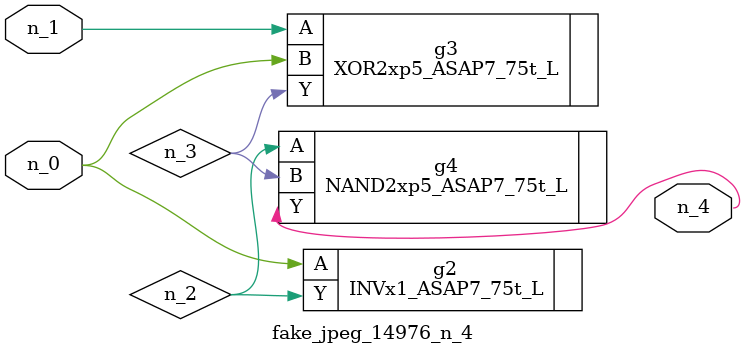
<source format=v>
module fake_jpeg_14976_n_4 (n_0, n_1, n_4);

input n_0;
input n_1;

output n_4;

wire n_2;
wire n_3;

INVx1_ASAP7_75t_L g2 ( 
.A(n_0),
.Y(n_2)
);

XOR2xp5_ASAP7_75t_L g3 ( 
.A(n_1),
.B(n_0),
.Y(n_3)
);

NAND2xp5_ASAP7_75t_L g4 ( 
.A(n_2),
.B(n_3),
.Y(n_4)
);


endmodule
</source>
